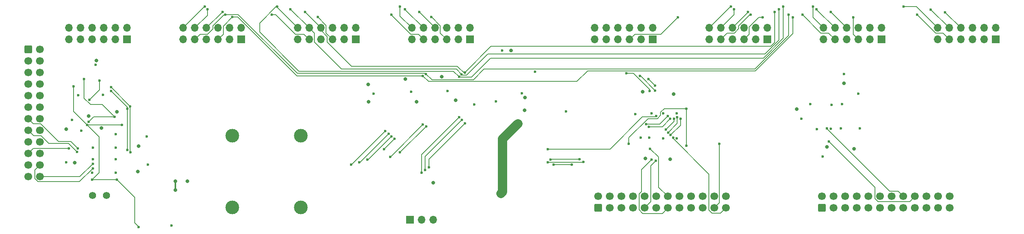
<source format=gbl>
G04 #@! TF.GenerationSoftware,KiCad,Pcbnew,9.0.1*
G04 #@! TF.CreationDate,2025-04-14T23:46:01-07:00*
G04 #@! TF.ProjectId,Input_PCB_V4,496e7075-745f-4504-9342-5f56342e6b69,rev?*
G04 #@! TF.SameCoordinates,Original*
G04 #@! TF.FileFunction,Copper,L4,Bot*
G04 #@! TF.FilePolarity,Positive*
%FSLAX46Y46*%
G04 Gerber Fmt 4.6, Leading zero omitted, Abs format (unit mm)*
G04 Created by KiCad (PCBNEW 9.0.1) date 2025-04-14 23:46:01*
%MOMM*%
%LPD*%
G01*
G04 APERTURE LIST*
G04 Aperture macros list*
%AMRoundRect*
0 Rectangle with rounded corners*
0 $1 Rounding radius*
0 $2 $3 $4 $5 $6 $7 $8 $9 X,Y pos of 4 corners*
0 Add a 4 corners polygon primitive as box body*
4,1,4,$2,$3,$4,$5,$6,$7,$8,$9,$2,$3,0*
0 Add four circle primitives for the rounded corners*
1,1,$1+$1,$2,$3*
1,1,$1+$1,$4,$5*
1,1,$1+$1,$6,$7*
1,1,$1+$1,$8,$9*
0 Add four rect primitives between the rounded corners*
20,1,$1+$1,$2,$3,$4,$5,0*
20,1,$1+$1,$4,$5,$6,$7,0*
20,1,$1+$1,$6,$7,$8,$9,0*
20,1,$1+$1,$8,$9,$2,$3,0*%
G04 Aperture macros list end*
G04 #@! TA.AperFunction,ComponentPad*
%ADD10R,1.700000X1.700000*%
G04 #@! TD*
G04 #@! TA.AperFunction,ComponentPad*
%ADD11O,1.700000X1.700000*%
G04 #@! TD*
G04 #@! TA.AperFunction,ComponentPad*
%ADD12RoundRect,0.250000X0.600000X-0.600000X0.600000X0.600000X-0.600000X0.600000X-0.600000X-0.600000X0*%
G04 #@! TD*
G04 #@! TA.AperFunction,ComponentPad*
%ADD13C,1.700000*%
G04 #@! TD*
G04 #@! TA.AperFunction,ComponentPad*
%ADD14C,3.000000*%
G04 #@! TD*
G04 #@! TA.AperFunction,ComponentPad*
%ADD15C,1.574800*%
G04 #@! TD*
G04 #@! TA.AperFunction,ComponentPad*
%ADD16RoundRect,0.250000X-0.600000X-0.600000X0.600000X-0.600000X0.600000X0.600000X-0.600000X0.600000X0*%
G04 #@! TD*
G04 #@! TA.AperFunction,ViaPad*
%ADD17C,0.800000*%
G04 #@! TD*
G04 #@! TA.AperFunction,ViaPad*
%ADD18C,0.600000*%
G04 #@! TD*
G04 #@! TA.AperFunction,ViaPad*
%ADD19C,1.800000*%
G04 #@! TD*
G04 #@! TA.AperFunction,Conductor*
%ADD20C,0.300000*%
G04 #@! TD*
G04 #@! TA.AperFunction,Conductor*
%ADD21C,2.000000*%
G04 #@! TD*
G04 #@! TA.AperFunction,Conductor*
%ADD22C,0.150000*%
G04 #@! TD*
G04 APERTURE END LIST*
D10*
X193000000Y-88000000D03*
D11*
X193000000Y-85460000D03*
X190460000Y-88000000D03*
X190460000Y-85460000D03*
X187920000Y-88000000D03*
X187920000Y-85460000D03*
X185380000Y-88000000D03*
X185380000Y-85460000D03*
X182840000Y-88000000D03*
X182840000Y-85460000D03*
X180300000Y-88000000D03*
X180300000Y-85460000D03*
D12*
X156000000Y-125000000D03*
D13*
X156000000Y-122460000D03*
X158540000Y-125000000D03*
X158540000Y-122460000D03*
X161080000Y-125000000D03*
X161080000Y-122460000D03*
X163620000Y-125000000D03*
X163620000Y-122460000D03*
X166160000Y-125000000D03*
X166160000Y-122460000D03*
X168700000Y-125000000D03*
X168700000Y-122460000D03*
X171240000Y-125000000D03*
X171240000Y-122460000D03*
X173780000Y-125000000D03*
X173780000Y-122460000D03*
X176320000Y-125000000D03*
X176320000Y-122460000D03*
X178860000Y-125000000D03*
X178860000Y-122460000D03*
X181400000Y-125000000D03*
X181400000Y-122460000D03*
X183940000Y-125000000D03*
X183940000Y-122460000D03*
D14*
X91000000Y-109150000D03*
X91000000Y-124850000D03*
D10*
X103000000Y-88000000D03*
D11*
X103000000Y-85460000D03*
X100460000Y-88000000D03*
X100460000Y-85460000D03*
X97920000Y-88000000D03*
X97920000Y-85460000D03*
X95380000Y-88000000D03*
X95380000Y-85460000D03*
X92840000Y-88000000D03*
X92840000Y-85460000D03*
X90300000Y-88000000D03*
X90300000Y-85460000D03*
D10*
X78000000Y-88000000D03*
D11*
X78000000Y-85460000D03*
X75460000Y-88000000D03*
X75460000Y-85460000D03*
X72920000Y-88000000D03*
X72920000Y-85460000D03*
X70380000Y-88000000D03*
X70380000Y-85460000D03*
X67840000Y-88000000D03*
X67840000Y-85460000D03*
X65300000Y-88000000D03*
X65300000Y-85460000D03*
D15*
X48466600Y-122241901D03*
X45466601Y-122241901D03*
D10*
X128000000Y-88000000D03*
D11*
X128000000Y-85460000D03*
X125460000Y-88000000D03*
X125460000Y-85460000D03*
X122920000Y-88000000D03*
X122920000Y-85460000D03*
X120380000Y-88000000D03*
X120380000Y-85460000D03*
X117840000Y-88000000D03*
X117840000Y-85460000D03*
X115300000Y-88000000D03*
X115300000Y-85460000D03*
D10*
X114920000Y-127600000D03*
D11*
X117460000Y-127600000D03*
X120000000Y-127600000D03*
D10*
X218000000Y-88000000D03*
D11*
X218000000Y-85460000D03*
X215460000Y-88000000D03*
X215460000Y-85460000D03*
X212920000Y-88000000D03*
X212920000Y-85460000D03*
X210380000Y-88000000D03*
X210380000Y-85460000D03*
X207840000Y-88000000D03*
X207840000Y-85460000D03*
X205300000Y-88000000D03*
X205300000Y-85460000D03*
D10*
X53000000Y-88000000D03*
D11*
X53000000Y-85460000D03*
X50460000Y-88000000D03*
X50460000Y-85460000D03*
X47920000Y-88000000D03*
X47920000Y-85460000D03*
X45380000Y-88000000D03*
X45380000Y-85460000D03*
X42840000Y-88000000D03*
X42840000Y-85460000D03*
X40300000Y-88000000D03*
X40300000Y-85460000D03*
D10*
X168000000Y-88000000D03*
D11*
X168000000Y-85460000D03*
X165460000Y-88000000D03*
X165460000Y-85460000D03*
X162920000Y-88000000D03*
X162920000Y-85460000D03*
X160380000Y-88000000D03*
X160380000Y-85460000D03*
X157840000Y-88000000D03*
X157840000Y-85460000D03*
X155300000Y-88000000D03*
X155300000Y-85460000D03*
D14*
X76000000Y-109150000D03*
X76000000Y-124850000D03*
D10*
X243000000Y-88000000D03*
D11*
X243000000Y-85460000D03*
X240460000Y-88000000D03*
X240460000Y-85460000D03*
X237920000Y-88000000D03*
X237920000Y-85460000D03*
X235380000Y-88000000D03*
X235380000Y-85460000D03*
X232840000Y-88000000D03*
X232840000Y-85460000D03*
X230300000Y-88000000D03*
X230300000Y-85460000D03*
D16*
X31400000Y-90160000D03*
D13*
X33940000Y-90160000D03*
X31400000Y-92700000D03*
X33940000Y-92700000D03*
X31400000Y-95240000D03*
X33940000Y-95240000D03*
X31400000Y-97780000D03*
X33940000Y-97780000D03*
X31400000Y-100320000D03*
X33940000Y-100320000D03*
X31400000Y-102860000D03*
X33940000Y-102860000D03*
X31400000Y-105400000D03*
X33940000Y-105400000D03*
X31400000Y-107940000D03*
X33940000Y-107940000D03*
X31400000Y-110480000D03*
X33940000Y-110480000D03*
X31400000Y-113020000D03*
X33940000Y-113020000D03*
X31400000Y-115560000D03*
X33940000Y-115560000D03*
X31400000Y-118100000D03*
X33940000Y-118100000D03*
D12*
X205000000Y-125000000D03*
D13*
X205000000Y-122460000D03*
X207540000Y-125000000D03*
X207540000Y-122460000D03*
X210080000Y-125000000D03*
X210080000Y-122460000D03*
X212620000Y-125000000D03*
X212620000Y-122460000D03*
X215160000Y-125000000D03*
X215160000Y-122460000D03*
X217700000Y-125000000D03*
X217700000Y-122460000D03*
X220240000Y-125000000D03*
X220240000Y-122460000D03*
X222780000Y-125000000D03*
X222780000Y-122460000D03*
X225320000Y-125000000D03*
X225320000Y-122460000D03*
X227860000Y-125000000D03*
X227860000Y-122460000D03*
X230400000Y-125000000D03*
X230400000Y-122460000D03*
X232940000Y-125000000D03*
X232940000Y-122460000D03*
D17*
X50800000Y-103900000D03*
X199484577Y-103321994D03*
X41582822Y-115032822D03*
X171800000Y-114300000D03*
X47400000Y-107475000D03*
X44600000Y-104800000D03*
X165800000Y-99500000D03*
X63600000Y-119150000D03*
X124900000Y-101350000D03*
X55500000Y-111400000D03*
X46266861Y-92614617D03*
X212000000Y-112000000D03*
X120000000Y-119500000D03*
X66200000Y-119150000D03*
X39700000Y-107700000D03*
X116300000Y-101700000D03*
X209800000Y-97600000D03*
X206037370Y-111562630D03*
X55400000Y-117000000D03*
X105800000Y-101700000D03*
X172500000Y-100000000D03*
X166371412Y-114114552D03*
X63600000Y-121075000D03*
D18*
X206949865Y-107651983D03*
X106899916Y-99900000D03*
X45400000Y-117300000D03*
X43000000Y-108000000D03*
X57300000Y-109300000D03*
X50500000Y-114300000D03*
X57600000Y-115525001D03*
X149000000Y-103800000D03*
X47700000Y-100200000D03*
X209800000Y-95547882D03*
X50500000Y-117300000D03*
X142200000Y-95100000D03*
X45500000Y-114300000D03*
X139360000Y-99787500D03*
X115099916Y-99500000D03*
X42342000Y-100250002D03*
X46142000Y-93567649D03*
X50500000Y-108800000D03*
X128899916Y-102300000D03*
X170250001Y-109752124D03*
X207110044Y-102330115D03*
X173250000Y-109752125D03*
X167749999Y-104247876D03*
X173250001Y-104247874D03*
X133710000Y-101587500D03*
X209400000Y-102200000D03*
X167200000Y-109598800D03*
X164177477Y-104401200D03*
X62700000Y-128850000D03*
X202400000Y-102200000D03*
X213282142Y-107550783D03*
X39700000Y-115000000D03*
X205100000Y-113700000D03*
X170250000Y-104247877D03*
X135004074Y-90404074D03*
X203899729Y-107703967D03*
X50500000Y-111800000D03*
X45500000Y-111800000D03*
X200500000Y-105400000D03*
X212949865Y-99949081D03*
X123099916Y-99300000D03*
X41000000Y-105700000D03*
X165300000Y-109598800D03*
X209108028Y-107555492D03*
D19*
X138460000Y-106487500D03*
X134800000Y-121800000D03*
D17*
X121800000Y-96200000D03*
X105700000Y-97900000D03*
X140060000Y-100787500D03*
X113900000Y-96675000D03*
X139960000Y-103587500D03*
X137000000Y-90400000D03*
D18*
X50800000Y-118800000D03*
X51900000Y-106800000D03*
X45400000Y-118800000D03*
X41300000Y-98300000D03*
X44300000Y-106800000D03*
X55500000Y-129200000D03*
X175300000Y-103200000D03*
X175324575Y-111375425D03*
X162700000Y-110900000D03*
X45525000Y-116300000D03*
X42100000Y-112725000D03*
X40300000Y-111900000D03*
X45500000Y-115300000D03*
X42268418Y-111942926D03*
X168675000Y-114600000D03*
X167400000Y-111975000D03*
X172425735Y-109600101D03*
X167701387Y-114419073D03*
X182500000Y-110900000D03*
X206500000Y-110400000D03*
X206087062Y-107550783D03*
X203000000Y-80800000D03*
X85800000Y-80800000D03*
X70000000Y-80800000D03*
X196500000Y-80800000D03*
X185100000Y-80800000D03*
X112700000Y-80800000D03*
X222800000Y-80800000D03*
X125599916Y-96200000D03*
X192000000Y-83135000D03*
X94700000Y-83100000D03*
X117699916Y-96000000D03*
X76000000Y-83100000D03*
X119500000Y-83100000D03*
X211800000Y-83135000D03*
X198600000Y-83135000D03*
X173500000Y-83135000D03*
X84688172Y-82525001D03*
X110800000Y-82525000D03*
X197700000Y-82560000D03*
X225800000Y-82560000D03*
X74456215Y-82525000D03*
X200700000Y-82560000D03*
X118365558Y-95556239D03*
X189400000Y-82560000D03*
X231920000Y-82000000D03*
X194600000Y-81985000D03*
X116900000Y-81950000D03*
X188800000Y-81985000D03*
X206900000Y-81985000D03*
X91900000Y-81950000D03*
X126873326Y-95261309D03*
X73900000Y-81950000D03*
X113800000Y-81375000D03*
X88700000Y-81375000D03*
X203800000Y-81375000D03*
X228790000Y-81410000D03*
X195600000Y-81375000D03*
X185765642Y-81375000D03*
X126165603Y-95634313D03*
X70600000Y-81375000D03*
X44812500Y-101300000D03*
X47010999Y-97000000D03*
X174026646Y-105425000D03*
X125600000Y-105100000D03*
X117400000Y-117250001D03*
X171894080Y-109002319D03*
X49503014Y-98496121D03*
X53675000Y-102661827D03*
X53724697Y-112799758D03*
X168750000Y-104800000D03*
X109200000Y-112075000D03*
X111500000Y-109775000D03*
X145000000Y-112075000D03*
X145600000Y-114375000D03*
X105600000Y-114375001D03*
X152000000Y-114300000D03*
X110800000Y-109300000D03*
X165138172Y-96025000D03*
X168500000Y-99200000D03*
X126200000Y-105700000D03*
X118200000Y-116675001D03*
X171340269Y-108425000D03*
X173322902Y-105044545D03*
X49500000Y-99300000D03*
X53090918Y-103208501D03*
X53100000Y-112300000D03*
X167056587Y-96675000D03*
X118400000Y-107100000D03*
X168513172Y-98100000D03*
X112700000Y-112800000D03*
X110600000Y-113750000D03*
X117700000Y-106700000D03*
X150300000Y-115525001D03*
X146300000Y-115525001D03*
X102000000Y-115525001D03*
X109500000Y-108100000D03*
X171805985Y-105425000D03*
X167100000Y-107175000D03*
X119000000Y-116100001D03*
X172619157Y-105425000D03*
X170841867Y-107750337D03*
X126900000Y-106400000D03*
X167275000Y-99300000D03*
X162200000Y-95450000D03*
X145000000Y-114950001D03*
X152800000Y-114900000D03*
X171306854Y-104799806D03*
X166500000Y-106600000D03*
X103800000Y-114950001D03*
X110200000Y-108700000D03*
X43614746Y-96696145D03*
X50300000Y-105000000D03*
X44615136Y-106064682D03*
D20*
X63600000Y-121075000D02*
X63600000Y-119150000D01*
D21*
X135100000Y-121500000D02*
X135100000Y-109847500D01*
X135100000Y-109847500D02*
X138460000Y-106487500D01*
X134800000Y-121800000D02*
X135100000Y-121500000D01*
D22*
X55500000Y-129100000D02*
X54700000Y-128300000D01*
X41300000Y-103800000D02*
X41300000Y-98300000D01*
X55500000Y-129200000D02*
X55500000Y-129100000D01*
X44300000Y-106800000D02*
X51900000Y-106800000D01*
X50800000Y-118800000D02*
X45400000Y-118800000D01*
X46900000Y-109400000D02*
X44300000Y-106800000D01*
X46900000Y-117300000D02*
X46900000Y-109400000D01*
X45400000Y-118800000D02*
X46900000Y-117300000D01*
X54700000Y-128300000D02*
X54700000Y-122700000D01*
X54700000Y-122700000D02*
X50800000Y-118800000D01*
X44300000Y-106800000D02*
X41300000Y-103800000D01*
X175324575Y-103224575D02*
X175300000Y-103200000D01*
X175324575Y-111375425D02*
X175324575Y-103224575D01*
X170484704Y-103200000D02*
X175300000Y-103200000D01*
X162700000Y-110900000D02*
X162700000Y-109586827D01*
X166911827Y-105375000D02*
X168988173Y-105375000D01*
X168988173Y-105375000D02*
X169675000Y-104688173D01*
X169675000Y-104688173D02*
X169675000Y-104009704D01*
X162700000Y-109586827D02*
X166911827Y-105375000D01*
X169675000Y-104009704D02*
X170484704Y-103200000D01*
X32815000Y-116685000D02*
X32815000Y-118565991D01*
X42600000Y-119225000D02*
X45525000Y-116300000D01*
X32815000Y-118565991D02*
X33474009Y-119225000D01*
X33940000Y-115560000D02*
X32815000Y-116685000D01*
X33474009Y-119225000D02*
X42600000Y-119225000D01*
X32560000Y-109100000D02*
X31400000Y-107940000D01*
X40175000Y-110800000D02*
X35850991Y-110800000D01*
X34150991Y-109100000D02*
X32560000Y-109100000D01*
X42100000Y-112725000D02*
X40175000Y-110800000D01*
X35850991Y-110800000D02*
X34150991Y-109100000D01*
X40300000Y-111900000D02*
X39900000Y-111900000D01*
X39900000Y-111900000D02*
X39895000Y-111895000D01*
X39895000Y-111895000D02*
X32525000Y-111895000D01*
X32525000Y-111895000D02*
X31400000Y-113020000D01*
X42700000Y-118100000D02*
X33940000Y-118100000D01*
X45500000Y-115300000D02*
X42700000Y-118100000D01*
X37990991Y-110400000D02*
X40725492Y-110400000D01*
X42268418Y-111942926D02*
X40725492Y-110400000D01*
X34115991Y-106525000D02*
X32525000Y-106525000D01*
X32525000Y-106525000D02*
X31400000Y-105400000D01*
X37990991Y-110400000D02*
X34115991Y-106525000D01*
X168675000Y-114600000D02*
X167575000Y-115700000D01*
X167575000Y-115700000D02*
X167575000Y-123585000D01*
X167575000Y-123585000D02*
X166160000Y-125000000D01*
X169250000Y-120470000D02*
X171240000Y-122460000D01*
X169250000Y-113825000D02*
X169250000Y-120470000D01*
X167400000Y-111975000D02*
X169250000Y-113825000D01*
X180275000Y-117590298D02*
X180275000Y-125475000D01*
X180275000Y-125475000D02*
X180925000Y-126125000D01*
X182815000Y-126125000D02*
X183940000Y-125000000D01*
X172425735Y-109600101D02*
X172425735Y-109741033D01*
X180925000Y-126125000D02*
X182815000Y-126125000D01*
X172425735Y-109741033D02*
X180275000Y-117590298D01*
X170040000Y-126200000D02*
X171240000Y-125000000D01*
X165769009Y-126200000D02*
X170040000Y-126200000D01*
X165500000Y-121400000D02*
X165000000Y-121900000D01*
X165000000Y-125430991D02*
X165769009Y-126200000D01*
X167680927Y-114419073D02*
X165500000Y-116600000D01*
X165000000Y-121900000D02*
X165000000Y-125430991D01*
X165500000Y-116600000D02*
X165500000Y-121400000D01*
X167701387Y-114419073D02*
X167680927Y-114419073D01*
X182500000Y-110900000D02*
X182525000Y-110925000D01*
X182525000Y-110925000D02*
X182525000Y-123875000D01*
X182525000Y-123875000D02*
X181400000Y-125000000D01*
X217234009Y-123585000D02*
X224195000Y-123585000D01*
X206500000Y-110400000D02*
X216575000Y-120475000D01*
X216575000Y-122925991D02*
X217234009Y-123585000D01*
X224195000Y-123585000D02*
X225320000Y-122460000D01*
X216575000Y-120475000D02*
X216575000Y-122925991D01*
X206087062Y-107602353D02*
X219819709Y-121335000D01*
X221655000Y-121335000D02*
X222780000Y-122460000D01*
X219819709Y-121335000D02*
X221655000Y-121335000D01*
X206087062Y-107550783D02*
X206087062Y-107602353D01*
X112700000Y-82860000D02*
X115300000Y-85460000D01*
X90581239Y-94981239D02*
X124381155Y-94981239D01*
X125628863Y-96228863D02*
X128371137Y-96228863D01*
X112700000Y-80800000D02*
X112700000Y-82860000D01*
X192139949Y-92100000D02*
X196500000Y-87739949D01*
X132500000Y-92100000D02*
X192139949Y-92100000D01*
X82000000Y-84400000D02*
X82000000Y-86400000D01*
X82000000Y-86400000D02*
X90581239Y-94981239D01*
X69960000Y-80800000D02*
X70000000Y-80800000D01*
X85800000Y-80800000D02*
X85600000Y-80800000D01*
X124381155Y-94981239D02*
X125599916Y-96200000D01*
X85600000Y-80800000D02*
X82000000Y-84400000D01*
X85800000Y-80800000D02*
X85800000Y-80960000D01*
X203000000Y-80800000D02*
X203000000Y-83160000D01*
X65300000Y-85460000D02*
X69960000Y-80800000D01*
X225640000Y-80800000D02*
X230300000Y-85460000D01*
X203000000Y-83160000D02*
X205300000Y-85460000D01*
X85800000Y-80960000D02*
X90300000Y-85460000D01*
X184960000Y-80800000D02*
X185100000Y-80800000D01*
X222800000Y-80800000D02*
X225640000Y-80800000D01*
X196500000Y-87739949D02*
X196500000Y-80800000D01*
X125600000Y-96200000D02*
X125628863Y-96228863D01*
X125599916Y-96200000D02*
X125600000Y-96200000D01*
X180300000Y-85460000D02*
X184960000Y-80800000D01*
X128371137Y-96228863D02*
X132500000Y-92100000D01*
X77230991Y-83100000D02*
X76000000Y-83100000D01*
X119610991Y-83100000D02*
X121505000Y-84994009D01*
X118924916Y-97225000D02*
X151375000Y-97225000D01*
X211795000Y-83140000D02*
X211800000Y-83135000D01*
X117699916Y-96000000D02*
X90130990Y-96000000D01*
X119500000Y-83100000D02*
X119610991Y-83100000D01*
X90130990Y-96000000D02*
X89165495Y-95034505D01*
X169760000Y-86875000D02*
X173500000Y-83135000D01*
X74045000Y-86875000D02*
X74045000Y-85055000D01*
X96505000Y-84905000D02*
X94700000Y-83100000D01*
X212920000Y-88000000D02*
X211795000Y-86875000D01*
X162920000Y-88000000D02*
X164045000Y-86875000D01*
X164045000Y-86875000D02*
X169760000Y-86875000D01*
X121505000Y-86585000D02*
X122920000Y-88000000D01*
X97920000Y-88000000D02*
X96505000Y-86585000D01*
X189045000Y-86875000D02*
X187920000Y-88000000D01*
X211795000Y-86875000D02*
X211795000Y-83140000D01*
X191194009Y-83135000D02*
X189045000Y-85284009D01*
X121505000Y-84994009D02*
X121505000Y-86585000D01*
X190419974Y-94875000D02*
X198600000Y-86694974D01*
X198600000Y-86694974D02*
X198600000Y-83135000D01*
X192000000Y-83135000D02*
X191194009Y-83135000D01*
X72920000Y-88000000D02*
X74045000Y-86875000D01*
X153725000Y-94875000D02*
X190419974Y-94875000D01*
X89165495Y-95034505D02*
X77230991Y-83100000D01*
X189045000Y-85284009D02*
X189045000Y-86875000D01*
X96505000Y-86585000D02*
X96505000Y-84905000D01*
X151375000Y-97225000D02*
X153725000Y-94875000D01*
X117699916Y-96000000D02*
X118924916Y-97225000D01*
X74045000Y-85055000D02*
X76000000Y-83100000D01*
X71795000Y-85705000D02*
X71795000Y-84994009D01*
X206425000Y-86585000D02*
X204725000Y-86585000D01*
X68965000Y-86875000D02*
X70625000Y-86875000D01*
X118365558Y-95556239D02*
X119684319Y-96875000D01*
X77325000Y-82525000D02*
X74456215Y-82525000D01*
X190275000Y-94525000D02*
X197700000Y-87100000D01*
X186795000Y-84994009D02*
X189229009Y-82560000D01*
X119684319Y-96875000D02*
X128725000Y-96875000D01*
X70625000Y-86875000D02*
X71795000Y-85705000D01*
X91715000Y-86875000D02*
X92840000Y-88000000D01*
X85500001Y-82525001D02*
X89850000Y-86875000D01*
X115075000Y-86875000D02*
X110800000Y-82600000D01*
X225809009Y-82560000D02*
X229834009Y-86585000D01*
X131075000Y-94525000D02*
X190275000Y-94525000D01*
X207840000Y-88000000D02*
X206425000Y-86585000D01*
X110800000Y-82600000D02*
X110800000Y-82525000D01*
X231425000Y-86585000D02*
X232840000Y-88000000D01*
X184255000Y-86585000D02*
X185845991Y-86585000D01*
X74264009Y-82525000D02*
X74456215Y-82525000D01*
X128725000Y-96875000D02*
X131075000Y-94525000D01*
X197700000Y-87100000D02*
X197700000Y-82560000D01*
X185845991Y-86585000D02*
X186795000Y-85635991D01*
X116715000Y-86875000D02*
X115075000Y-86875000D01*
X90200000Y-95400000D02*
X77325000Y-82525000D01*
X225800000Y-82560000D02*
X225809009Y-82560000D01*
X118209319Y-95400000D02*
X90200000Y-95400000D01*
X67840000Y-88000000D02*
X68965000Y-86875000D01*
X71795000Y-84994009D02*
X74264009Y-82525000D01*
X84688172Y-82525001D02*
X85500001Y-82525001D01*
X229834009Y-86585000D02*
X231425000Y-86585000D01*
X186795000Y-85635991D02*
X186795000Y-84994009D01*
X204725000Y-86585000D02*
X200700000Y-82560000D01*
X117840000Y-88000000D02*
X116715000Y-86875000D01*
X189229009Y-82560000D02*
X189400000Y-82560000D01*
X89850000Y-86875000D02*
X91715000Y-86875000D01*
X118365558Y-95556239D02*
X118209319Y-95400000D01*
X182840000Y-88000000D02*
X184255000Y-86585000D01*
X120380000Y-85460000D02*
X116900000Y-81980000D01*
X116900000Y-81980000D02*
X116900000Y-81950000D01*
X102100000Y-93900000D02*
X96795000Y-88595000D01*
X206905000Y-81985000D02*
X206900000Y-81985000D01*
X185380000Y-85460000D02*
X188800000Y-82040000D01*
X210380000Y-85460000D02*
X206905000Y-81985000D01*
X126873326Y-95261309D02*
X126873326Y-95528863D01*
X73890000Y-81950000D02*
X73900000Y-81950000D01*
X70380000Y-85460000D02*
X73890000Y-81950000D01*
X91900000Y-81980000D02*
X91900000Y-81950000D01*
X96795000Y-87369975D02*
X95380000Y-85954975D01*
X95380000Y-85460000D02*
X91900000Y-81980000D01*
X188800000Y-82040000D02*
X188800000Y-81985000D01*
X96795000Y-88595000D02*
X96795000Y-87369975D01*
X126873326Y-95261309D02*
X126873326Y-95226674D01*
X126873326Y-95226674D02*
X132600000Y-89500000D01*
X231920000Y-82000000D02*
X235380000Y-85460000D01*
X95380000Y-85954975D02*
X95380000Y-85460000D01*
X132600000Y-89500000D02*
X193750000Y-89500000D01*
X125244463Y-93900000D02*
X102100000Y-93900000D01*
X194600000Y-88650000D02*
X194600000Y-81985000D01*
X193750000Y-89500000D02*
X194600000Y-88650000D01*
X126873326Y-95528863D02*
X125244463Y-93900000D01*
X93965000Y-86585000D02*
X93965000Y-88565000D01*
X92840000Y-85460000D02*
X93965000Y-86585000D01*
X127221137Y-95878863D02*
X131900000Y-91200000D01*
X92840000Y-85460000D02*
X88755000Y-81375000D01*
X70600000Y-82700000D02*
X67840000Y-85460000D01*
X125031290Y-94500000D02*
X126165603Y-95634313D01*
X195600000Y-88144974D02*
X195600000Y-81375000D01*
X126165603Y-95634313D02*
X126410153Y-95878863D01*
X113800000Y-81420000D02*
X113800000Y-81375000D01*
X131900000Y-91200000D02*
X192544974Y-91200000D01*
X88755000Y-81375000D02*
X88700000Y-81375000D01*
X185765642Y-82534358D02*
X182840000Y-85460000D01*
X93965000Y-88565000D02*
X99900000Y-94500000D01*
X126410153Y-95878863D02*
X127221137Y-95878863D01*
X99900000Y-94500000D02*
X125031290Y-94500000D01*
X207840000Y-85460000D02*
X203800000Y-81420000D01*
X70600000Y-81375000D02*
X70600000Y-82700000D01*
X117840000Y-85460000D02*
X113800000Y-81420000D01*
X228790000Y-81410000D02*
X232840000Y-85460000D01*
X185765642Y-81375000D02*
X185765642Y-82534358D01*
X192544974Y-91200000D02*
X195600000Y-88144974D01*
X203800000Y-81420000D02*
X203800000Y-81375000D01*
X47010999Y-97000000D02*
X47010999Y-99101501D01*
X47010999Y-99101501D02*
X44812500Y-101300000D01*
X174026646Y-106869753D02*
X171894080Y-109002319D01*
X117400000Y-113300000D02*
X125600000Y-105100000D01*
X174026646Y-105425000D02*
X174026646Y-106869753D01*
X117400000Y-117250001D02*
X117400000Y-113300000D01*
X53675000Y-102661827D02*
X53675000Y-112750061D01*
X49509294Y-98496121D02*
X53675000Y-102661827D01*
X53675000Y-112750061D02*
X53724697Y-112799758D01*
X49503014Y-98496121D02*
X49509294Y-98496121D01*
X145000000Y-112075000D02*
X158625000Y-112075000D01*
X165700000Y-105000000D02*
X168550000Y-105000000D01*
X111500000Y-109775000D02*
X109200000Y-112075000D01*
X168550000Y-105000000D02*
X168750000Y-104800000D01*
X158625000Y-112075000D02*
X165700000Y-105000000D01*
X110800000Y-109300000D02*
X105724999Y-114375001D01*
X145675000Y-114300000D02*
X145600000Y-114375000D01*
X105724999Y-114375001D02*
X105600000Y-114375001D01*
X152000000Y-114300000D02*
X145675000Y-114300000D01*
X165138172Y-96025000D02*
X165325000Y-96025000D01*
X165325000Y-96025000D02*
X168500000Y-99200000D01*
X118200000Y-113700000D02*
X126200000Y-105700000D01*
X173322902Y-105044545D02*
X173322902Y-106442367D01*
X118200000Y-116675001D02*
X118200000Y-113700000D01*
X173322902Y-106442367D02*
X171340269Y-108425000D01*
X53100000Y-112300000D02*
X53100000Y-102900000D01*
X53100000Y-102900000D02*
X49500000Y-99300000D01*
X168513172Y-98100000D02*
X168481587Y-98100000D01*
X118400000Y-107100000D02*
X112700000Y-112800000D01*
X168481587Y-98100000D02*
X167056587Y-96675000D01*
X117700000Y-106700000D02*
X110650000Y-113750000D01*
X110650000Y-113750000D02*
X110600000Y-113750000D01*
X170055985Y-107175000D02*
X171805985Y-105425000D01*
X150300000Y-115525001D02*
X146300000Y-115525001D01*
X109500000Y-108100000D02*
X102074999Y-115525001D01*
X102074999Y-115525001D02*
X102000000Y-115525001D01*
X167100000Y-107175000D02*
X170055985Y-107175000D01*
X172619157Y-105425000D02*
X172619157Y-105973047D01*
X119000000Y-114300000D02*
X126900000Y-106400000D01*
X119000000Y-116100001D02*
X119000000Y-114300000D01*
X172619157Y-105973047D02*
X170841867Y-107750337D01*
X167275000Y-98975000D02*
X167275000Y-99300000D01*
X163750000Y-95450000D02*
X167275000Y-98975000D01*
X162200000Y-95450000D02*
X163750000Y-95450000D01*
X152800000Y-114900000D02*
X152749999Y-114950001D01*
X103949999Y-114950001D02*
X103800000Y-114950001D01*
X152749999Y-114950001D02*
X145000000Y-114950001D01*
X166500000Y-106600000D02*
X169506660Y-106600000D01*
X110200000Y-108700000D02*
X103949999Y-114950001D01*
X169506660Y-106600000D02*
X171306854Y-104799806D01*
X44999327Y-102300000D02*
X43614746Y-100915419D01*
X50399998Y-105100002D02*
X47599997Y-102300000D01*
X43614746Y-100915419D02*
X43614746Y-96696145D01*
X45679818Y-105000000D02*
X50300000Y-105000000D01*
X44615136Y-106064682D02*
X45679818Y-105000000D01*
X47599997Y-102300000D02*
X44999327Y-102300000D01*
M02*

</source>
